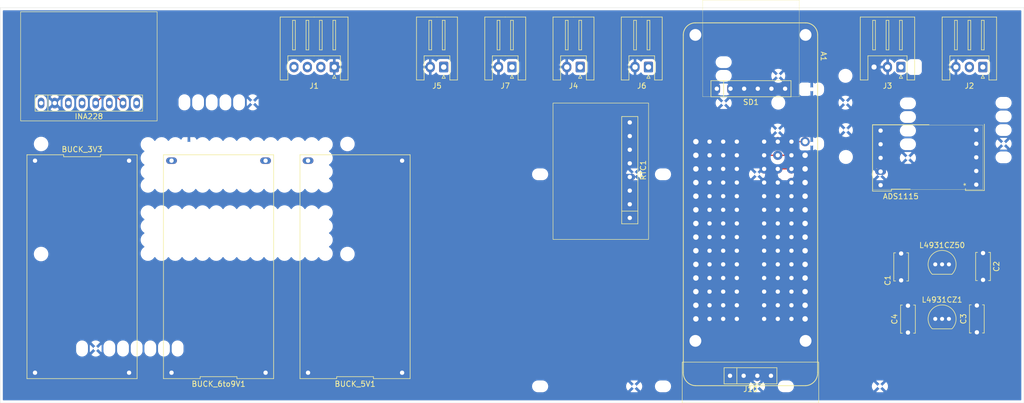
<source format=kicad_pcb>
(kicad_pcb (version 20241229) (generator "pcbnew") (generator_version "9.0")
  (layers (0 "F.Cu" signal) (2 "B.Cu" signal) (13 "F.Paste" user) (15 "B.Paste" user) (5 "F.SilkS" user "F.Silkscreen") (7 "B.SilkS" user "B.Silkscreen") (1 "F.Mask" user) (3 "B.Mask" user) (25 "Edge.Cuts" user))
  (net 0 "")
  (net 1 "/D3")
  (net 2 "/SDA")
  (net 3 "/MOSI")
  (net 8 "/D4")
  (net 9 "/D2")
  (net 11 "/MISO")
  (net 12 "/3V3")
  (net 15 "/SCK")
  (net 20 "/SCL")
  (net 24 "/LED_BUILTIN")
  (net 25 "/methane_out")
  (net 26 "+5V")
  (net 27 "/5V6")
  (net 31 "GND")
  (net 32 "/V_bat")
  (net 37 "/D7")
  (net 38 "/PWM")
  (net 39 "/D5")
  (net 40 "/sensor_out")
  (net 41 "/6to9V")
  (net 42 "+3V3")
  (net 43 "/monitor_V_out")
  (footprint "new_library:SD_Breakout_offbrand" (layer "F.Cu") (at 198.12 55.7425)
    (property "Reference" "SD1" (at 0 2.5 0) (layer "F.SilkS"))
    (property "Value" "SD Breakout Board")
    (pad "1" thru_hole oval (at -6.35 0) (size 1.2 2) (drill 0.8) (layers "*.Cu" "*.Mask") (net 12 "/3V3"))
    (pad "2" thru_hole oval (at -3.81 0) (size 1.2 2) (drill 0.8) (layers "*.Cu" "*.Mask") (net 9 "/D2"))
    (pad "3" thru_hole oval (at -1.27 0) (size 1.2 2) (drill 0.8) (layers "*.Cu" "*.Mask") (net 3 "/MOSI"))
    (pad "4" thru_hole oval (at 1.27 0) (size 1.2 2) (drill 0.8) (layers "*.Cu" "*.Mask") (net 15 "/SCK"))
    (pad "5" thru_hole oval (at 3.81 0) (size 1.2 2) (drill 0.8) (layers "*.Cu" "*.Mask") (net 11 "/MISO"))
    (pad "6" thru_hole oval (at 6.35 0) (size 1.2 2) (drill 0.8) (layers "*.Cu" "*.Mask") (net 31 "GND"))
  )
  (footprint "Package_TO_SOT_THT:TO-92_Inline" (layer "F.Cu") (at 232.41 98.6248)
    (property "Reference" "L4931CZ1" (at 1.27 -3.56 0) (layer "F.SilkS"))
    (property "Value" "~")
    (pad "1" thru_hole rect (at 0 0) (size 1.05 1.5) (drill 0.75) (layers "*.Cu" "*.Mask") (net 42 "+3V3"))
    (pad "2" thru_hole oval (at 1.27 0) (size 1.05 1.5) (drill 0.75) (layers "*.Cu" "*.Mask") (net 31 "GND"))
    (pad "3" thru_hole oval (at 2.54 0) (size 1.05 1.5) (drill 0.75) (layers "*.Cu" "*.Mask") (net 27 "/5V6"))
  )
  (footprint "new_library:ADC_16-bit_ADS1115_breakout" (layer "F.Cu") (at 236.279914 68.529055 90)
    (property "Reference" "ADS1115" (at -7.28189 -10.279828 0) (layer "F.SilkS"))
    (property "Value" "~")
    (fp_text user "*" (at -5.5 2.5 90) (layer "F.SilkS") (effects (font (thickness 0.1)) (justify left bottom)))
    (pad "1" thru_hole oval (at 4.97811 -14.039828 90) (size 1.2 2) (drill 0.8) (layers "*.Cu" "*.Mask") (net 25 "/methane_out"))
    (pad "2" thru_hole oval (at 2.43811 -14.039828 90) (size 1.2 2) (drill 0.8) (layers "*.Cu" "*.Mask") (net 40 "/sensor_out"))
    (pad "3" thru_hole oval (at -0.10189 -14.039828 90) (size 1.2 2) (drill 0.8) (layers "*.Cu" "*.Mask"))
    (pad "4" thru_hole oval (at -2.64189 -14.039828 90) (size 1.2 2) (drill 0.8) (layers "*.Cu" "*.Mask"))
    (pad "5" thru_hole oval (at -5.18189 -14.039828 90) (size 1.2 2) (drill 0.8) (layers "*.Cu" "*.Mask") (net 31 "GND"))
    (pad "6" thru_hole oval (at 5.08 3.76 90) (size 1.2 2) (drill 0.8) (layers "*.Cu" "*.Mask") (net 20 "/SCL"))
    (pad "7" thru_hole oval (at 2.54 3.76 90) (size 1.2 2) (drill 0.8) (layers "*.Cu" "*.Mask") (net 2 "/SDA"))
    (pad "8" thru_hole oval (at 0 3.76 90) (size 1.2 2) (drill 0.8) (layers "*.Cu" "*.Mask") (net 12 "/3V3"))
    (pad "9" thru_hole oval (at -2.54 3.76 90) (size 1.2 2) (drill 0.8) (layers "*.Cu" "*.Mask") (net 31 "GND"))
    (pad "10" thru_hole oval (at -5.08 3.76 90) (size 1.2 2) (drill 0.8) (layers "*.Cu" "*.Mask"))
  )
  (footprint "Connector_JST:JST_XH_S3B-XH-A_1x03_P2.50mm_Horizontal" (layer "F.Cu") (at 226.02 51.705 180)
    (property "Reference" "J3" (at 2.5 -3.51 0) (layer "F.SilkS"))
    (property "Value" "CH4_Sensor_conn")
    (pad "1" thru_hole roundrect (at 0 0 180) (size 1.7 1.95) (drill 0.95) (layers "*.Cu" "*.Mask") (roundrect_rratio 0.147059) (net 26 "+5V"))
    (pad "2" thru_hole oval (at 2.5 0 180) (size 1.7 1.95) (drill 0.95) (layers "*.Cu" "*.Mask") (net 25 "/methane_out"))
    (pad "3" thru_hole oval (at 5 0 180) (size 1.7 1.95) (drill 0.95) (layers "*.Cu" "*.Mask") (net 31 "GND"))
  )
  (footprint "new_library:LM2596_module_amazon" (layer "F.Cu") (at 124.46 88.9 90)
    (property "Reference" "BUCK_5V1" (at -21.85 0 0) (layer "F.SilkS"))
    (property "Value" "~")
    (pad "1" thru_hole oval (at -19.75 8.75 90) (size 1.2 2) (drill 0.8) (layers "*.Cu" "*.Mask") (net 31 "GND"))
    (pad "2" thru_hole oval (at 19.75 8.75 90) (size 1.2 2) (drill 0.8) (layers "*.Cu" "*.Mask") (net 31 "GND"))
    (pad "3" thru_hole oval (at 19.75 -8.75 90) (size 1.2 2) (drill 0.8) (layers "*.Cu" "*.Mask") (net 27 "/5V6"))
    (pad "4" thru_hole oval (at -19.75 -8.75 90) (size 1.2 2) (drill 0.8) (layers "*.Cu" "*.Mask") (net 43 "/monitor_V_out"))
  )
  (footprint "new_library:INA228_adafruit_module" (layer "F.Cu") (at 74.93 58.42)
    (property "Reference" "INA228" (at 0 2.5 0) (layer "F.SilkS"))
    (property "Value" "~")
    (pad "1" thru_hole oval (at -8.89 0) (size 1.2 2) (drill 0.8) (layers "*.Cu" "*.Mask") (net 12 "/3V3"))
    (pad "2" thru_hole oval (at -6.35 0) (size 1.2 2) (drill 0.8) (layers "*.Cu" "*.Mask") (net 31 "GND"))
    (pad "3" thru_hole oval (at -3.81 0) (size 1.2 2) (drill 0.8) (layers "*.Cu" "*.Mask") (net 20 "/SCL"))
    (pad "4" thru_hole oval (at -1.27 0) (size 1.2 2) (drill 0.8) (layers "*.Cu" "*.Mask") (net 2 "/SDA"))
    (pad "5" thru_hole oval (at 1.27 0) (size 1.2 2) (drill 0.8) (layers "*.Cu" "*.Mask") (net 32 "/V_bat"))
    (pad "6" thru_hole oval (at 3.81 0) (size 1.2 2) (drill 0.8) (layers "*.Cu" "*.Mask") (net 43 "/monitor_V_out"))
    (pad "7" thru_hole oval (at 6.35 0) (size 1.2 2) (drill 0.8) (layers "*.Cu" "*.Mask") (net 32 "/V_bat"))
    (pad "8" thru_hole oval (at 8.89 0) (size 1.2 2) (drill 0.8) (layers "*.Cu" "*.Mask"))
  )
  (footprint "Connector_JST:JST_XH_S2B-XH-A_1x02_P2.50mm_Horizontal" (layer "F.Cu") (at 166.35 51.705 180)
    (property "Reference" "J4" (at 1.25 -3.51 0) (layer "F.SilkS"))
    (property "Value" "Reed_switch_conn")
    (pad "1" thru_hole roundrect (at 0 0 180) (size 1.7 2) (drill 1) (layers "*.Cu" "*.Mask") (roundrect_rratio 0.147059) (net 39 "/D5"))
    (pad "2" thru_hole oval (at 2.5 0 180) (size 1.7 2) (drill 1) (layers "*.Cu" "*.Mask") (net 31 "GND"))
  )
  (footprint "new_library:SparkFun_Stemma_Adapter" (layer "F.Cu") (at 198.03 109.22)
    (property "Reference" "J10" (at 0 2.5 0) (layer "F.SilkS"))
    (property "Value" "Conn_01x04_Pin")
    (pad "1" thru_hole oval (at -3.81 0) (size 1.2 2) (drill 0.8) (layers "*.Cu" "*.Mask") (net 31 "GND"))
    (pad "2" thru_hole oval (at -1.27 0) (size 1.2 2) (drill 0.8) (layers "*.Cu" "*.Mask") (net 12 "/3V3"))
    (pad "3" thru_hole oval (at 1.27 0) (size 1.2 2) (drill 0.8) (layers "*.Cu" "*.Mask") (net 2 "/SDA"))
    (pad "4" thru_hole oval (at 3.81 0) (size 1.2 2) (drill 0.8) (layers "*.Cu" "*.Mask") (net 20 "/SCL"))
  )
  (footprint "new_library:RTC_DS3231_breakout" (layer "F.Cu") (at 175.57 70.92 90)
    (property "Reference" "RTC1" (at 0 2.5 90) (layer "F.SilkS"))
    (property "Value" "~")
    (pad "1" thru_hole oval (at -8.89 0 90) (size 1.2 2) (drill 0.8) (layers "*.Cu" "*.Mask"))
    (pad "2" thru_hole oval (at -6.35 0 90) (size 1.2 2) (drill 0.8) (layers "*.Cu" "*.Mask"))
    (pad "3" thru_hole oval (at -3.81 0 90) (size 1.2 2) (drill 0.8) (layers "*.Cu" "*.Mask"))
    (pad "4" thru_hole oval (at -1.27 0 90) (size 1.2 2) (drill 0.8) (layers "*.Cu" "*.Mask"))
    (pad "5" thru_hole oval (at 1.27 0 90) (size 1.2 2) (drill 0.8) (layers "*.Cu" "*.Mask"))
    (pad "6" thru_hole oval (at 3.81 0 90) (size 1.2 2) (drill 0.8) (layers "*.Cu" "*.Mask"))
    (pad "7" thru_hole oval (at 6.35 0 90) (size 1.2 2) (drill 0.8) (layers "*.Cu" "*.Mask"))
    (pad "8" thru_hole oval (at 8.89 0 90) (size 1.2 2) (drill 0.8) (layers "*.Cu" "*.Mask"))
  )
  (footprint "Capacitor_THT:C_Disc_D5.0mm_W2.5mm_P5.00mm" (layer "F.Cu") (at 240.15 101.1248 90)
    (property "Reference" "C3" (at 2.5 -2.5 90) (layer "F.SilkS"))
    (property "Value" "0.1uF")
    (pad "1" thru_hole circle (at 0 0 90) (size 1.6 1.6) (drill 0.8) (layers "*.Cu" "*.Mask") (net 27 "/5V6"))
    (pad "2" thru_hole circle (at 5 0 90) (size 1.6 1.6) (drill 0.8) (layers "*.Cu" "*.Mask") (net 31 "GND"))
  )
  (footprint "Connector_JST:JST_XH_S3B-XH-A_1x03_P2.50mm_Horizontal" (layer "F.Cu") (at 241.26 51.705 180)
    (property "Reference" "J2" (at 2.5 -3.51 0) (layer "F.SilkS"))
    (property "Value" "5V_sensor_conn")
    (pad "1" thru_hole roundrect (at 0 0 180) (size 1.7 1.95) (drill 0.95) (layers "*.Cu" "*.Mask") (roundrect_rratio 0.147059) (net 42 "+3V3"))
    (pad "2" thru_hole oval (at 2.5 0 180) (size 1.7 1.95) (drill 0.95) (layers "*.Cu" "*.Mask") (net 40 "/sensor_out"))
    (pad "3" thru_hole oval (at 5 0 180) (size 1.7 1.95) (drill 0.95) (layers "*.Cu" "*.Mask") (net 31 "GND"))
  )
  (footprint "Connector_JST:JST_XH_S2B-XH-A_1x02_P2.50mm_Horizontal" (layer "F.Cu") (at 140.95 51.705 180)
    (property "Reference" "J5" (at 1.25 -3.51 0) (layer "F.SilkS"))
    (property "Value" "PWM_output_1")
    (pad "1" thru_hole roundrect (at 0 0 180) (size 1.7 2) (drill 1) (layers "*.Cu" "*.Mask") (roundrect_rratio 0.147059) (net 38 "/PWM"))
    (pad "2" thru_hole oval (at 2.5 0 180) (size 1.7 2) (drill 1) (layers "*.Cu" "*.Mask") (net 31 "GND"))
  )
  (footprint "new_library:LM2596_module_amazon" (layer "F.Cu") (at 73.66 88.9 -90)
    (property "Reference" "BUCK_3V3" (at -21.85 0 0) (layer "F.SilkS"))
    (property "Value" "~")
    (pad "1" thru_hole oval (at -19.75 8.75 270) (size 1.2 2) (drill 0.8) (layers "*.Cu" "*.Mask") (net 31 "GND"))
    (pad "2" thru_hole oval (at 19.75 8.75 270) (size 1.2 2) (drill 0.8) (layers "*.Cu" "*.Mask") (net 31 "GND"))
    (pad "3" thru_hole oval (at 19.75 -8.75 270) (size 1.2 2) (drill 0.8) (layers "*.Cu" "*.Mask") (net 12 "/3V3"))
    (pad "4" thru_hole oval (at -19.75 -8.75 270) (size 1.2 2) (drill 0.8) (layers "*.Cu" "*.Mask") (net 43 "/monitor_V_out"))
  )
  (footprint "Capacitor_THT:C_Disc_D5.0mm_W2.5mm_P5.00mm" (layer "F.Cu") (at 241.3 86.36 -90)
    (property "Reference" "C2" (at 2.5 -2.5 90) (layer "F.SilkS"))
    (property "Value" "0.1uF")
    (pad "1" thru_hole circle (at 0 0 270) (size 1.6 1.6) (drill 0.8) (layers "*.Cu" "*.Mask") (net 27 "/5V6"))
    (pad "2" thru_hole circle (at 5 0 270) (size 1.6 1.6) (drill 0.8) (layers "*.Cu" "*.Mask") (net 31 "GND"))
  )
  (footprint "PCM_arduino-library:Arduino_MKR_FOX_1200_Socket" (layer "F.Cu") (at 208.28 45.72 -90)
    (property "Reference" "A1" (at 4 -3.35 270) (layer "F.SilkS"))
    (property "Value" "Arduino_MKR_WAN_1310_Socket")
    (fp_rect (start 19.8848 18.7336) (end 19.8848 19.5464) (stroke (width 0.2)) (fill no) (layer "F.Cu"))
    (fp_rect (start 22.4248 18.7336) (end 22.4248 19.5464) (stroke (width 0.2)) (fill no) (layer "F.Cu"))
    (fp_rect (start 24.9648 18.7336) (end 24.9648 19.5464) (stroke (width 0.2)) (fill no) (layer "F.Cu"))
    (fp_rect (start 27.5048 18.7336) (end 27.5048 19.5464) (stroke (width 0.2)) (fill no) (layer "F.Cu"))
    (fp_rect (start 30.0448 18.7336) (end 30.0448 19.5464) (stroke (width 0.2)) (fill no) (layer "F.Cu"))
    (fp_rect (start 32.5848 18.7336) (end 32.5848 19.5464) (stroke (width 0.2)) (fill no) (layer "F.Cu"))
    (fp_rect (start 35.1248 18.7336) (end 35.1248 19.5464) (stroke (width 0.2)) (fill no) (layer "F.Cu"))
    (fp_rect (start 37.6648 18.7336) (end 37.6648 19.5464) (stroke (width 0.2)) (fill no) (layer "F.Cu"))
    (fp_rect (start 40.2048 18.7336) (end 40.2048 19.5464) (stroke (width 0.2)) (fill no) (layer "F.Cu"))
    (fp_rect (start 42.7448 18.7336) (end 42.7448 19.5464) (stroke (width 0.2)) (fill no) (layer "F.Cu"))
    (fp_rect (start 45.2848 18.7336) (end 45.2848 19.5464) (stroke (width 0.2)) (fill no) (layer "F.Cu"))
    (fp_rect (start 47.8248 18.7336) (end 47.8248 19.5464) (stroke (width 0.2)) (fill no) (layer "F.Cu"))
    (fp_rect (start 50.3648 18.7336) (end 50.3648 19.5464) (stroke (width 0.2)) (fill no) (layer "F.Cu"))
    (fp_rect (start 52.9048 18.7336) (end 52.9048 19.5464) (stroke (width 0.2)) (fill no) (layer "F.Cu"))
    (fp_rect (start 19.8848 16.1936) (end 19.8848 17.0064) (stroke (width 0.2)) (fill no) (layer "F.Cu"))
    (fp_rect (start 22.4248 16.1936) (end 22.4248 17.0064) (stroke (width 0.2)) (fill no) (layer "F.Cu"))
    (fp_rect (start 24.9648 16.1936) (end 24.9648 17.0064) (stroke (width 0.2)) (fill no) (layer "F.Cu"))
    (fp_rect (start 27.5048 16.1936) (end 27.5048 17.0064) (stroke (width 0.2)) (fill no) (layer "F.Cu"))
    (fp_rect (start 30.0448 16.1936) (end 30.0448 17.0064) (stroke (width 0.2)) (fill no) (layer "F.Cu"))
    (fp_rect (start 32.5848 16.1936) (end 32.5848 17.0064) (stroke (width 0.2)) (fill no) (layer "F.Cu"))
    (fp_rect (start 35.1248 16.1936) (end 35.1248 17.0064) (stroke (width 0.2)) (fill no) (layer "F.Cu"))
    (fp_rect (start 37.6648 16.1936) (end 37.6648 17.0064) (stroke (width 0.2)) (fill no) (layer "F.Cu"))
    (fp_rect (start 40.2048 16.1936) (end 40.2048 17.0064) (stroke (width 0.2)) (fill no) (layer "F.Cu"))
    (fp_rect (start 42.7448 16.1936) (end 42.7448 17.0064) (stroke (width 0.2)) (fill no) (layer "F.Cu"))
    (fp_rect (start 45.2848 16.1936) (end 45.2848 17.0064) (stroke (width 0.2)) (fill no) (layer "F.Cu"))
    (fp_rect (start 47.8248 16.1936) (end 47.8248 17.0064) (stroke (width 0.2)) (fill no) (layer "F.Cu"))
    (fp_rect (start 50.3648 16.1936) (end 50.3648 17.0064) (stroke (width 0.2)) (fill no) (layer "F.Cu"))
    (fp_rect (start 52.9048 16.1936) (end 52.9048 17.0064) (stroke (width 0.2)) (fill no) (layer "F.Cu"))
    (fp_rect (start 19.8848 13.6536) (end 19.8848 14.4664) (stroke (width 0.2)) (fill no) (layer "F.Cu"))
    (fp_rect (start 22.4248 13.6536) (end 22.4248 14.4664) (stroke (width 0.2)) (fill no) (layer "F.Cu"))
    (fp_rect (start 24.9648 13.6536) (end 24.9648 14.4664) (stroke (width 0.2)) (fill no) (layer "F.Cu"))
    (fp_rect (start 27.5048 13.6536) (end 27.5048 14.4664) (stroke (width 0.2)) (fill no) (layer "F.Cu"))
    (fp_rect (start 30.0448 13.6536) (end 30.0448 14.4664) (stroke (width 0.2)) (fill no) (layer "F.Cu"))
    (fp_rect (start 32.5848 13.6536) (end 32.5848 14.4664) (stroke (width 0.2)) (fill no) (layer "F.Cu"))
    (fp_rect (start 35.1248 13.6536) (end 35.1248 14.4664) (stroke (width 0.2)) (fill no) (layer "F.Cu"))
    (fp_rect (start 37.6648 13.6536) (end 37.6648 14.4664) (stroke (width 0.2)) (fill no) (layer "F.Cu"))
    (fp_rect (start 40.2048 13.6536) (end 40.2048 14.4664) (stroke (width 0.2)) (fill no) (layer "F.Cu"))
    (fp_rect (start 42.7448 13.6536) (end 42.7448 14.4664) (stroke (width 0.2)) (fill no) (layer "F.Cu"))
    (fp_rect (start 45.2848 13.6536) (end 45.2848 14.4664) (stroke (width 0.2)) (fill no) (layer "F.Cu"))
    (fp_rect (start 47.8248 13.6536) (end 47.8248 14.4664) (stroke (width 0.2)) (fill no) (layer "F.Cu"))
    (fp_rect (start 50.3648 13.6536) (end 50.3648 14.4664) (stroke (width 0.2)) (fill no) (layer "F.Cu"))
    (fp_rect (start 52.9048 13.6536) (end 52.9048 14.4664) (stroke (width 0.2)) (fill no) (layer "F.Cu"))
    (fp_rect (start 19.8848 6.0336) (end 19.8848 6.8464) (stroke (width 0.2)) (fill no) (layer "F.Cu"))
    (fp_rect (start 22.4248 6.0336) (end 22.4248 6.8464) (stroke (width 0.2)) (fill no) (layer "F.Cu"))
    (fp_rect (start 24.9648 6.0336) (end 24.9648 6.8464) (stroke (width 0.2)) (fill no) (layer "F.Cu"))
    (fp_rect (start 27.5048 6.0336) (end 27.5048 6.8464) (stroke (width 0.2)) (fill no) (layer "F.Cu"))
    (fp_rect (start 30.0448 6.0336) (end 30.0448 6.8464) (stroke (width 0.2)) (fill no) (layer "F.Cu"))
    (fp_rect (start 32.5848 6.0336) (end 32.5848 6.8464) (stroke (width 0.2)) (fill no) (layer "F.Cu"))
    (fp_rect (start 35.1248 6.0336) (end 35.1248 6.8464) (stroke (width 0.2)) (fill no) (layer "F.Cu"))
    (fp_rect (start 37.6648 6.0336) (end 37.6648 6.8464) (stroke (width 0.2)) (fill no) (layer "F.Cu"))
    (fp_rect (start 40.2048 6.0336) (end 40.2048 6.8464) (stroke (width 0.2)) (fill no) (layer "F.Cu"))
    (fp_rect (start 42.7448 6.0336) (end 42.7448 6.8464) (stroke (width 0.2)) (fill no) (layer "F.Cu"))
    (fp_rect (start 45.2848 6.0336) (end 45.2848 6.8464) (stroke (width 0.2)) (fill no) (layer "F.Cu"))
    (fp_rect (start 47.8248 6.0336) (end 47.8248 6.8464) (stroke (width 0.2)) (fill no) (layer "F.Cu"))
    (fp_rect (start 50.3648 6.0336) (end 50.3648 6.8464) (stroke (width 0.2)) (fill no) (layer "F.Cu"))
    (fp_rect (start 52.9048 6.0336) (end 52.9048 6.8464) (stroke (width 0.2)) (fill no) (layer "F.Cu"))
    (fp_rect (start 19.8848 3.4936) (end 19.8848 4.3064) (stroke (width 0.2)) (fill no) (layer "F.Cu"))
    (fp_rect (start 22.4248 3.4936) (end 22.4248 4.3064) (stroke (width 0.2)) (fill no) (layer "F.Cu"))
    (fp_rect (start 24.9648 3.4936) (end 24.9648 4.3064) (stroke (width 0.2)) (fill no) (layer "F.Cu"))
    (fp_rect (start 27.5048 3.4936) (end 27.5048 4.3064) (stroke (width 0.2)) (fill no) (layer "F.Cu"))
    (fp_rect (start 30.0448 3.4936) (end 30.0448 4.3064) (stroke (width 0.2)) (fill no) (layer "F.Cu"))
    (fp_rect (start 32.5848 3.4936) (end 32.5848 4.3064) (stroke (width 0.2)) (fill no) (layer "F.Cu"))
    (fp_rect (start 35.1248 3.4936) (end 35.1248 4.3064) (stroke (width 0.2)) (fill no) (layer "F.Cu"))
    (fp_rect (start 37.6648 3.4936) (end 37.6648 4.3064) (stroke (width 0.2)) (fill no) (layer "F.Cu"))
    (fp_rect (start 40.2048 3.4936) (end 40.2048 4.3064) (stroke (width 0.2)) (fill no) (layer "F.Cu"))
    (fp_rect (start 42.7448 3.4936) (end 42.7448 4.3064) (stroke (width 0.2)) (fill no) (layer "F.Cu"))
    (fp_rect (start 45.2848 3.4936) (end 45.2848 4.3064) (stroke (width 0.2)) (fill no) (layer "F.Cu"))
    (fp_rect (start 47.8248 3.4936) (end 47.8248 4.3064) (stroke (width 0.2)) (fill no) (layer "F.Cu"))
    (fp_rect (start 50.3648 3.4936) (end 50.3648 4.3064) (stroke (width 0.2)) (fill no) (layer "F.Cu"))
    (fp_rect (start 52.9048 3.4936) (end 52.9048 4.3064) (stroke (width 0.2)) (fill no) (layer "F.Cu"))
    (fp_rect (start 19.8848 0.9536) (end 19.8848 1.7664) (stroke (width 0.2)) (fill no) (layer "F.Cu"))
    (fp_rect (start 22.4248 0.9536) (end 22.4248 1.7664) (stroke (width 0.2)) (fill no) (layer "F.Cu"))
    (fp_rect (start 24.9648 0.9536) (end 24.9648 1.7664) (stroke (width 0.2)) (fill no) (layer "F.Cu"))
    (fp_rect (start 27.5048 0.9536) (end 27.5048 1.7664) (stroke (width 0.2)) (fill no) (layer "F.Cu"))
    (fp_rect (start 30.0448 0.9536) (end 30.0448 1.7664) (stroke (width 0.2)) (fill no) (layer "F.Cu"))
    (fp_rect (start 32.5848 0.9536) (end 32.5848 1.7664) (stroke (width 0.2)) (fill no) (layer "F.Cu"))
    (fp_rect (start 35.1248 0.9536) (end 35.1248 1.7664) (stroke (width 0.2)) (fill no) (layer "F.Cu"))
    (fp_rect (start 37.6648 0.9536) (end 37.6648 1.7664) (stroke (width 0.2)) (fill no) (layer "F.Cu"))
    (fp_rect (start 40.2048 0.9536) (end 40.2048 1.7664) (stroke (width 0.2)) (fill no) (layer "F.Cu"))
    (fp_rect (start 42.7448 0.9536) (end 42.7448 1.7664) (stroke (width 0.2)) (fill no) (layer "F.Cu"))
    (fp_rect (start 45.2848 0.9536) (end 45.2848 1.7664) (stroke (width 0.2)) (fill no) (layer "F.Cu"))
    (fp_rect (start 47.8248 0.9536) (end 47.8248 1.7664) (stroke (width 0.2)) (fill no) (layer "F.Cu"))
    (fp_rect (start 50.3648 0.9536) (end 50.3648 1.7664) (stroke (width 0.2)) (fill no) (layer "F.Cu"))
    (fp_rect (start 52.9048 0.9536) (end 52.9048 1.7664) (stroke (width 0.2)) (fill no) (layer "F.Cu"))
    (pad "" np_thru_hole circle (at 0 0 270) (size 2.2 2.2) (drill 2.2) (layers "*.Cu" "*.Mask"))
    (pad "" np_thru_hole circle (at 0 20.5 270) (size 2.2 2.2) (drill 2.2) (layers "*.Cu" "*.Mask"))
    (pad "" thru_hole circle (at 19.8848 2.63 270) (size 1.7272 1.7272) (drill 0.8) (layers "*.Cu" "*.Mask"))
    (pad "" thru_hole circle (at 22.4248 2.63 270) (size 1.7272 1.7272) (drill 0.8) (layers "*.Cu" "*.Mask"))
    (pad "" thru_hole circle (at 24.9648 2.63 270) (size 1.7272 1.7272) (drill 0.8) (layers "*.Cu" "*.Mask"))
    (pad "" np_thru_hole circle (at 57 0 270) (size 2.2 2.2) (drill 2.2) (layers "*.Cu" "*.Mask"))
    (pad "" np_thru_hole circle (at 57 20.5 270) (size 2.2 2.2) (drill 2.2) (layers "*.Cu" "*.Mask"))
    (pad "1" thru_hole circle (at 19.8848 7.71 270) (size 1.7272 1.7272) (drill 0.8) (layers "*.Cu" "*.Mask"))
    (pad "2" thru_hole circle (at 22.4248 7.71 270) (size 1.7272 1.7272) (drill 0.8) (layers "*.Cu" "*.Mask"))
    (pad "3" thru_hole circle (at 24.9648 5.17 270) (size 1.7272 1.7272) (drill 0.8) (layers "*.Cu" "*.Mask"))
    (pad "3" thru_hole circle (at 24.9648 7.71 270) (size 1.7272 1.7272) (drill 0.8) (layers "*.Cu" "*.Mask"))
    (pad "3V3" thru_hole circle (at 24.9648 0.09 270) (size 1.7272 1.7272) (drill 1.016) (layers "*.Cu" "*.Mask") (net 12 "/3V3"))
    (pad "4" thru_hole circle (at 27.5048 2.63 270) (size 1.7272 1.7272) (drill 0.8) (layers "*.Cu" "*.Mask"))
    (pad "4" thru_hole circle (at 27.5048 5.17 270) (size 1.7272 1.7272) (drill 0.8) (layers "*.Cu" "*.Mask"))
    (pad "4" thru_hole circle (at 27.5048 7.71 270) (size 1.7272 1.7272) (drill 0.8) (layers "*.Cu" "*.Mask"))
    (pad "5" thru_hole circle (at 30.0448 2.63 270) (size 1.7272 1.7272) (drill 0.8) (layers "*.Cu" "*.Mask"))
    (pad "5" thru_hole circle (at 30.0448 5.17 270) (size 1.7272 1.7272) (drill 0.8) (layers "*.Cu" "*.Mask"))
    (pad "5" thru_hole circle (at 30.0448 7.71 270) (size 1.7272 1.7272) (drill 0.8) (layers "*.Cu" "*.Mask"))
    (pad "5V" thru_hole circle (at 19.8848 0.09 270) (size 1.7272 1.7272) (drill 1.016) (layers "*.Cu" "*.Mask"))
    (pad "6" thru_hole circle (at 32.5848 2.63 270) (size 1.7272 1.7272) (drill 0.8) (layers "*.Cu" "*.Mask"))
    (pad "6" thru_hole circle (at 32.5848 5.17 270) (size 1.7272 1.7272) (drill 0.8) (layers "*.Cu" "*.Mask"))
    (pad "6" thru_hole circle (at 32.5848 7.71 270) (size 1.7272 1.7272) (drill 0.8) (layers "*.Cu" "*.Mask"))
    (pad "7" thru_hole circle (at 35.1248 2.63 270) (size 1.7272 1.7272) (drill 0.8) (layers "*.Cu" "*.Mask"))
    (pad "7" thru_hole circle (at 35.1248 5.17 270) (size 1.7272 1.7272) (drill 0.8) (layers "*.Cu" "*.Mask"))
    (pad "7" thru_hole circle (at 35.1248 7.71 270) (size 1.7272 1.7272) (drill 0.8) (layers "*.Cu" "*.Mask"))
    (pad "8" thru_hole circle (at 37.6648 2.63 270) (size 1.7272 1.7272) (drill 0.8) (layers "*.Cu" "*.Mask"))
    (pad "8" thru_hole circle (at 37.6648 5.17 270) (size 1.7272 1.7272) (drill 0.8) (layers "*.Cu" "*.Mask"))
    (pad "8" thru_hole circle (at 37.6648 7.71 270) (size 1.7272 1.7272) (drill 0.8) (layers "*.Cu" "*.Mask"))
    (pad "9" thru_hole circle (at 40.2048 2.63 270) (size 1.7272 1.7272) (drill 0.8) (layers "*.Cu" "*.Mask"))
    (pad "9" thru_hole circle (at 40.2048 5.17 270) (size 1.7272 1.7272) (drill 0.8) (layers "*.Cu" "*.Mask"))
    (pad "9" thru_hole circle (at 40.2048 7.71 270) (size 1.7272 1.7272) (drill 0.8) (layers "*.Cu" "*.Mask"))
    (pad "10" thru_hole circle (at 42.7448 2.63 270) (size 1.7272 1.7272) (drill 0.8) (layers "*.Cu" "*.Mask"))
    (pad "10" thru_hole circle (at 42.7448 5.17 270) (size 1.7272 1.7272) (drill 0.8) (layers "*.Cu" "*.Mask"))
    (pad "10" thru_hole circle (at 42.7448 7.71 270) (size 1.7272 1.7272) (drill 0.8) (layers "*.Cu" "*.Mask"))
    (pad "11" thru_hole circle (at 45.2848 2.63 270) (size 1.7272 1.7272) (drill 0.8) (layers "*.Cu" "*.Mask"))
    (pad "11" thru_hole circle (at 45.2848 5.17 270) (size 1.7272 1.7272) (drill 0.8) (layers "*.Cu" "*.Mask"))
    (pad "11" thru_hole circle (at 45.2848 7.71 270) (size 1.7272 1.7272) (drill 0.8) (layers "*.Cu" "*.Mask"))
    (pad "12" thru_hole circle (at 47.8248 2.63 270) (size 1.7272 1.7272) (drill 0.8) (layers "*.Cu" "*.Mask"))
    (pad "12" thru_hole circle (at 47.8248 5.17 270) (size 1.7272 1.7272) (drill 0.8) (layers "*.Cu" "*.Mask"))
    (pad "12" thru_hole circle (at 47.8248 7.71 270) (size 1.7272 1.7272) (drill 0.8) (layers "*.Cu" "*.Mask"))
    (pad "13" thru_hole circle (at 50.3648 2.63 270) (size 1.7272 1.7272) (drill 0.8) (layers "*.Cu" "*.Mask"))
    (pad "13" thru_hole circle (at 50.3648 5.17 270) (size 1.7272 1.7272) (drill 0.8) (layers "*.Cu" "*.Mask"))
    (pad "13" thru_hole circle (at 50.3648 7.71 270) (size 1.7272 1.7272) (drill 0.8) (layers "*.Cu" "*.Mask"))
    (pad "14" thru_hole circle (at 52.9048 2.63 270) (size 1.7272 1.7272) (drill 0.8) (layers "*.Cu" "*.Mask"))
    (pad "14" thru_hole circle (at 52.9048 5.17 270) (size 1.7272 1.7272) (drill 0.8) (layers "*.Cu" "*.Mask"))
    (pad "14" thru_hole circle (at 52.9048 7.71 270) (size 1.7272 1.7272) (drill 0.8) (layers "*.Cu" "*.Mask"))
    (pad "15" thru_hole circle (at 19.8848 5.17 270) (size 1.7272 1.7272) (drill 0.8) (layers "*.Cu" "*.Mask"))
    (pad "15" thru_hole circle (at 52.9048 12.79 270) (size 1.7272 1.7272) (drill 0.8) (layers "*.Cu" "*.Mask"))
    (pad "15" thru_hole circle (at 52.9048 15.33 270) (size 1.7272 1.7272) (drill 0.8) (layers "*.Cu" "*.Mask"))
    (pad "15" thru_hole circle (at 52.9048 17.87 270) (size 1.7272 1.7272) (drill 0.8) (layers "*.Cu" "*.Mask"))
    (pad "16" thru_hole circle (at 22.4248 5.17 270) (size 1.7272 1.7272) (drill 0.8) (layers "*.Cu" "*.Mask"))
    (pad "16" thru_hole circle (at 50.3648 12.79 270) (size 1.7272 1.7272) (drill 0.8) (layers "*.Cu" "*.Mask"))
    (pad "16" thru_hole circle (at 50.3648 15.33 270) (size 1.7272 1.7272) (drill 0.8) (layers "*.Cu" "*.Mask"))
    (pad "16" thru_hole circle (at 50.3648 17.87 270) (size 1.7272 1.7272) (drill 0.8) (layers "*.Cu" "*.Mask"))
    (pad "17" thru_hole circle (at 47.8248 12.79 270) (size 1.7272 1.7272) (drill 0.8) (layers "*.Cu" "*.Mask"))
    (pad "17" thru_hole circle (at 47.8248 15.33 270) (size 1.7272 1.7272) (drill 0.8) (layers "*.Cu" "*.Mask"))
    (pad "17" thru_hole circle (at 47.8248 17.87 270) (size 1.7272 1.7272) (drill 0.8) (layers "*.Cu" "*.Mask"))
    (pad "18" thru_hole circle (at 45.2848 12.79 270) (size 1.7272 1.7272) (drill 0.8) (layers "*.Cu" "*.Mask"))
    (pad "18" thru_hole circle (at 45.2848 15.33 270) (size 1.7272 1.7272) (drill 0.8) (layers "*.Cu" "*.Mask"))
    (pad "18" thru_hole circle (at 45.2848 17.87 270) (size 1.7272 1.7272) (drill 0.8) (layers "*.Cu" "*.Mask"))
    (pad "19" thru_hole circle (at 42.7448 12.79 270) (size 1.7272 1.7272) (drill 0.8) (layers "*.Cu" "*.Mask"))
    (pad "19" thru_hole circle (at 42.7448 15.33 270) (size 1.7272 1.7272) (drill 0.8) (layers "*.Cu" "*.Mask"))
    (pad "19" thru_hole circle (at 42.7448 17.87 270) (size 1.7272 1.7272) (drill 0.8) (layers "*.Cu" "*.Mask"))
    (pad "20" thru_hole circle (at 40.2048 12.79 270) (size 1.7272 1.7272) (drill 0.8) (layers "*.Cu" "*.Mask"))
    (pad "20" thru_hole circle (at 40.2048 15.33 270) (size 1.7272 1.7272) (drill 0.8) (layers "*.Cu" "*.Mask"))
    (pad "20" thru_hole circle (at 40.2048 17.87 270) (size 1.7272 1.7272) (drill 0.8) (layers "*.Cu" "*.Mask"))
    (pad "21" thru_hole circle (at 37.6648 12.79 270) (size 1.7272 1.7272) (drill 0.8) (layers "*.Cu" "*.Mask"))
    (pad "21" thru_hole circle (at 37.6648 15.33 270) (size 1.7272 1.7272) (drill 0.8) (layers "*.Cu" "*.Mask"))
    (pad "21" thru_hole circle (at 37.6648 17.87 270) (size 1.7272 1.7272) (drill 0.8) (layers "*.Cu" "*.Mask"))
    (pad "22" thru_hole circle (at 35.1248 12.79 270) (size 1.7272 1.7272) (drill 0.8) (layers "*.Cu" "*.Mask"))
    (pad "22" thru_hole circle (at 35.1248 15.33 270) (size 1.7272 1.7272) (drill 0.8) (layers "*.Cu" "*.Mask"))
    (pad "22" thru_hole circle (at 35.1248 17.87 270) (size 1.7272 1.7272) (drill 0.8) (layers "*.Cu" "*.Mask"))
    (pad "23" thru_hole circle (at 32.5848 12.79 270) (size 1.7272 1.7272) (drill 0.8) (layers "*.Cu" "*.Mask"))
    (pad "23" thru_hole circle (at 32.5848 15.33 270) (size 1.7272 1.7272) (drill 0.8) (layers "*.Cu" "*.Mask"))
    (pad "23" thru_hole circle (at 32.5848 17.87 270) (size 1.7272 1.7272) (drill 0.8) (layers "*.Cu" "*.Mask"))
    (pad "24" thru_hole circle (at 30.0448 12.79 270) (size 1.7272 1.7272) (drill 0.8) (layers "*.Cu" "*.Mask"))
    (pad "24" thru_hole circle (at 30.0448 15.33 270) (size 1.7272 1.7272) (drill 0.8) (layers "*.Cu" "*.Mask"))
    (pad "24" thru_hole circle (at 30.0448 17.87 270) (size 1.7272 1.7272) (drill 0.8) (layers "*.Cu" "*.Mask"))
    (pad "25" thru_hole circle (at 27.5048 12.79 270) (size 1.7272 1.7272) (drill 0.8) (layers "*.Cu" "*.Mask"))
    (pad "25" thru_hole circle (at 27.5048 15.33 270) (size 1.7272 1.7272) (drill 0.8) (layers "*.Cu" "*.Mask"))
    (pad "25" thru_hole circle (at 27.5048 17.87 270) (size 1.7272 1.7272) (drill 0.8) (layers "*.Cu" "*.Mask"))
    (pad "26" thru_hole circle (at 24.9648 12.79 270) (size 1.7272 1.7272) (drill 0.8) (layers "*.Cu" "*.Mask"))
    (pad "26" thru_hole circle (at 24.9648 15.33 270) (size 1.7272 1.7272) (drill 0.8) (layers "*.Cu" "*.Mask"))
    (pad "26" thru_hole circle (at 24.9648 17.87 270) (size 1.7272 1.7272) (drill 0.8) (layers "*.Cu" "*.Mask"))
    (pad "27" thru_hole circle (at 22.4248 12.79 270) (size 1.7272 1.7272) (drill 0.8) (layers "*.Cu" "*.Mask"))
    (pad "27" thru_hole circle (at 22.4248 15.33 270) (size 1.7272 1.7272) (drill 0.8) (layers "*.Cu" "*.Mask"))
    (pad "27" thru_hole circle (at 22.4248 17.87 270) (size 1.7272 1.7272) (drill 0.8) (layers "*.Cu" "*.Mask"))
    (pad "28" thru_hole circle (at 19.8848 12.79 270) (size 1.7272 1.7272) (drill 0.8) (layers "*.Cu" "*.Mask"))
    (pad "28" thru_hole circle (at 19.8848 15.33 270) (size 1.7272 1.7272) (drill 0.8) (layers "*.Cu" "*.Mask"))
    (pad "28" thru_hole circle (at 19.8848 17.87 270) (size 1.7272 1.7272) (drill 0.8) (layers "*.Cu" "*.Mask"))
    (pad "A0" thru_hole circle (at 22.4248 20.41 270) (size 1.7272 1.7272) (drill 1.016) (layers "*.Cu" "*.Mask"))
    (pad "A1" thru_hole circle (at 24.9648 20.41 270) (size 1.7272 1.7272) (drill 1.016) (layers "*.Cu" "*.Mask"))
    (pad "A2" thru_hole circle (at 27.5048 20.41 270) (size 1.7272 1.7272) (drill 1.016) (layers "*.Cu" "*.Mask"))
    (pad "A3" thru_hole circle (at 30.0448 20.41 270) (size 1.7272 1.7272) (drill 1.016) (layers "*.Cu" "*.Mask"))
    (pad "A4" thru_hole circle (at 32.5848 20.41 270) (size 1.7272 1.7272) (drill 1.016) (layers "*.Cu" "*.Mask"))
    (pad "A5" thru_hole circle (at 35.1248 20.41 270) (size 1.7272 1.7272) (drill 1.016) (layers "*.Cu" "*.Mask"))
    (pad "A6" thru_hole circle (at 37.6648 20.41 270) (size 1.7272 1.7272) (drill 1.016) (layers "*.Cu" "*.Mask"))
    (pad "AREF" thru_hole circle (at 19.8848 20.41 270) (size 1.7272 1.7272) (drill 1.016) (layers "*.Cu" "*.Mask"))
    (pad "D0" thru_hole circle (at 40.2048 20.41 270) (size 1.7272 1.7272) (drill 1.016) (layers "*.Cu" "*.Mask"))
    (pad "D1" thru_hole circle (at 42.7448 20.41 270) (size 1.7272 1.7272) (drill 1.016) (layers "*.Cu" "*.Mask") (net 38 "/PWM"))
    (pad "D2" thru_hole circle (at 45.2848 20.41 270) (size 1.7272 1.7272) (drill 1.016) (layers "*.Cu" "*.Mask") (net 9 "/D2"))
    (pad "D3" thru_hole circle (at 47.8248 20.41 270) (size 1.7272 1.7272) (drill 1.016) (layers "*.Cu" "*.Mask") (net 1 "/D3"))
    (pad "D4" thru_hole circle (at 50.3648 20.41 270) (size 1.7272 1.7272) (drill 1.016) (layers "*.Cu" "*.Mask") (net 8 "/D4"))
    (pad "D5" thru_hole circle (at 52.9048 20.41 270) (size 1.7272 1.7272) (drill 1.016) (layers "*.Cu" "*.Mask") (net 39 "/D5"))
    (pad "D6" thru_hole circle (at 52.9048 0.09 270) (size 1.7272 1.7272) (drill 1.016) (layers "*.Cu" "*.Mask") (net 24 "/LED_BUILTIN"))
    (pad "D7" thru_hole circle (at 50.3648 0.09 270) (size 1.7272 1.7272) (drill 1.016) (layers "*.Cu" "*.Mask") (net 37 "/D7"))
    (pad "D8" thru_hole circle (at 47.8248 0.09 270) (size 1.7272 1.7272) (drill 1.016) (layers "*.Cu" "*.Mask") (net 3 "/MOSI"))
    (pad "D9" thru_hole circle (at 45.2848 0.09 270) (size 1.7272 1.7272) (drill 1.016) (layers "*.Cu" "*.Mask") (net 15 "/SCK"))
    (pad "D10" thru_hole circle (at 42.7448 0.09 270) (size 1.7272 1.7272) (drill 1.016) (layers "*.Cu" "*.Mask") (net 11 "/MISO"))
    (pad "D11" thru_hole circle (at 40.2048 0.09 270) (size 1.7272 1.7272) (drill 1.016) (layers "*.Cu" "*.Mask") (net 2 "/SDA"))
    (pad "D12" thru_hole circle (at 37.6648 0.09 270) (size 1.7272 1.7272) (drill 1.016) (layers "*.Cu" "*.Mask") (net 20 "/SCL"))
    (pad "D13" thru_hole circle (at 35.1248 0.09 270) (size 1.7272 1.7272) (drill 1.016) (layers "*.Cu" "*.Mask"))
    (pad "D14" thru_hole circle (at 32.5848 0.09 270) (size 1.7272 1.7272) (drill 1.016) (layers "*.Cu" "*.Mask"))
    (pad "GND" thru_hole rect (at 27.5048 0.09 270) (size 1.7272 1.7272) (drill 1.016) (layers "*.Cu" "*.Mask") (net 31 "GND"))
    (pad "RST" thru_hole circle (at 30.0448 0.09 270) (size 1.7272 1.7272) (drill 1.016) (layers "*.Cu" "*.Mask"))
    (pad "VIN" thru_hole circle (at 22.4248 0.09 270) (size 1.7272 1.7272) (drill 1.016) (layers "*.Cu" "*.Mask"))
  )
  (footprint "Capacitor_THT:C_Disc_D5.0mm_W2.5mm_P5.00mm" (layer "F.Cu") (at 227.33 101.1648 90)
    (property "Reference" "C4" (at 2.5 -2.5 90) (layer "F.SilkS"))
    (property "Value" "2.2uF")
    (pad "1" thru_hole circle (at 0 0 90) (size 1.6 1.6) (drill 0.8) (layers "*.Cu" "*.Mask") (net 42 "+3V3"))
    (pad "2" thru_hole circle (at 5 0 90) (size 1.6 1.6) (drill 0.8) (layers "*.Cu" "*.Mask") (net 31 "GND"))
  )
  (footprint "new_library:LM2596_module_amazon" (layer "F.Cu") (at 99.06 88.9 90)
    (property "Reference" "BUCK_6to9V1" (at -21.85 0 0) (layer "F.SilkS"))
    (property "Value" "~")
    (pad "1" thru_hole oval (at -19.75 8.75 90) (size 1.2 2) (drill 0.8) (layers "*.Cu" "*.Mask") (net 31 "GND"))
    (pad "2" thru_hole oval (at 19.75 8.75 90) (size 1.2 2) (drill 0.8) (layers "*.Cu" "*.Mask") (net 31 "GND"))
    (pad "3" thru_hole oval (at 19.75 -8.75 90) (size 1.2 2) (drill 0.8) (layers "*.Cu" "*.Mask") (net 41 "/6to9V"))
    (pad "4" thru_hole oval (at -19.75 -8.75 90) (size 1.2 2) (drill 0.8) (layers "*.Cu" "*.Mask") (net 43 "/monitor_V_out"))
  )
  (footprint "Connector_JST:JST_XH_S2B-XH-A_1x02_P2.50mm_Horizontal" (layer "F.Cu") (at 179.05 51.705 180)
    (property "Reference" "J6" (at 1.25 -3.51 0) (layer "F.SilkS"))
    (property "Value" "log_switch_conn")
    (pad "1" thru_hole roundrect (at 0 0 180) (size 1.7 2) (drill 1) (layers "*.Cu" "*.Mask") (roundrect_rratio 0.147059) (net 8 "/D4"))
    (pad "2" thru_hole oval (at 2.5 0 180) (size 1.7 2) (drill 1) (layers "*.Cu" "*.Mask") (net 31 "GND"))
  )
  (footprint "Connector_JST:JST_XH_S4B-XH-A_1x04_P2.50mm_Horizontal" (layer "F.Cu") (at 120.59 51.705 180)
    (property "Reference" "J1" (at 3.75 -3.51 0) (layer "F.SilkS"))
    (property "Value" "CO2_sensor_conn")
    (pad "1" thru_hole roundrect (at 0 0 180) (size 1.7 1.95) (drill 0.95) (layers "*.Cu" "*.Mask") (roundrect_rratio 0.147059) (net 31 "GND"))
    (pad "2" thru_hole oval (at 2.5 0 180) (size 1.7 1.95) (drill 0.95) (layers "*.Cu" "*.Mask") (net 41 "/6to9V"))
    (pad "3" thru_hole oval (at 5 0 180) (size 1.7 1.95) (drill 0.95) (layers "*.Cu" "*.Mask") (net 2 "/SDA"))
    (pad "4" thru_hole oval (at 7.5 0 180) (size 1.7 1.95) (drill 0.95) (layers "*.Cu" "*.Mask") (net 20 "/SCL"))
  )
  (footprint "Capacitor_THT:C_Disc_D5.0mm_W2.5mm_P5.00mm" (layer "F.Cu") (at 226.06 91.44 90)
    (property "Reference" "C1" (at 0 -2.5 90) (layer "F.SilkS"))
    (property "Value" "2.2uF")
    (pad "1" thru_hole circle (at 0 0 90) (size 1.6 1.6) (drill 0.8) (layers "*.Cu" "*.Mask") (net 26 "+5V"))
    (pad "2" thru_hole circle (at 5 0 90) (size 1.6 1.6) (drill 0.8) (layers "*.Cu" "*.Mask") (net 31 "GND"))
  )
  (footprint "Connector_JST:JST_XH_S2B-XH-A_1x02_P2.50mm_Horizontal" (layer "F.Cu") (at 153.65 51.705 180)
    (property "Reference" "J7" (at 1.25 -3.51 0) (layer "F.SilkS"))
    (property "Value" "PWM_output_2")
    (pad "1" thru_hole roundrect (at 0 0 180) (size 1.7 2) (drill 1) (layers "*.Cu" "*.Mask") (roundrect_rratio 0.147059) (net 37 "/D7"))
    (pad "2" thru_hole oval (at 2.5 0 180) (size 1.7 2) (drill 1) (layers "*.Cu" "*.Mask") (net 31 "GND"))
  )
  (footprint "Package_TO_SOT_THT:TO-92_Inline" (layer "F.Cu") (at 232.41 88.4648)
    (property "Reference" "L4931CZ50" (at 1.27 -3.56 0) (layer "F.SilkS"))
    (property "Value" "~")
    (pad "1" thru_hole rect (at 0 0) (size 1.05 1.5) (drill 0.75) (layers "*.Cu" "*.Mask") (net 26 "+5V"))
    (pad "2" thru_hole oval (at 1.27 0) (size 1.05 1.5) (drill 0.75) (layers "*.Cu" "*.Mask") (net 31 "GND"))
    (pad "3" thru_hole oval (at 2.54 0) (size 1.05 1.5) (drill 0.75) (layers "*.Cu" "*.Mask") (net 27 "/5V6"))
  )
  (gr_rect (start 58.42 40.64) (end 248.92 114.3) (stroke (width 0.05)) (fill no) (layer "Edge.Cuts"))
  (segment (start 78.45645 56.16355) (end 76.2 58.42) (width 0.2) (layer "F.Cu") (net 32))
  (segment (start 81.28 58.42) (end 79.02355 56.16355) (width 0.2) (layer "F.Cu") (net 32))
  (segment (start 79.02355 56.16355) (end 78.45645 56.16355) (width 0.2) (layer "F.Cu") (net 32))
  (zone (net 31) (net_name "GND") (layer "B.Cu") (connect_pads (clearance 0.5)) (min_thickness 0.25) (fill yes (thermal_gap 0.5) (thermal_bridge_width 0.5))
    (polygon (pts (xy 58.42 40.64) (xy 58.42 114.3) (xy 248.92 114.3) (xy 248.92 40.64)))
  )
)
</source>
